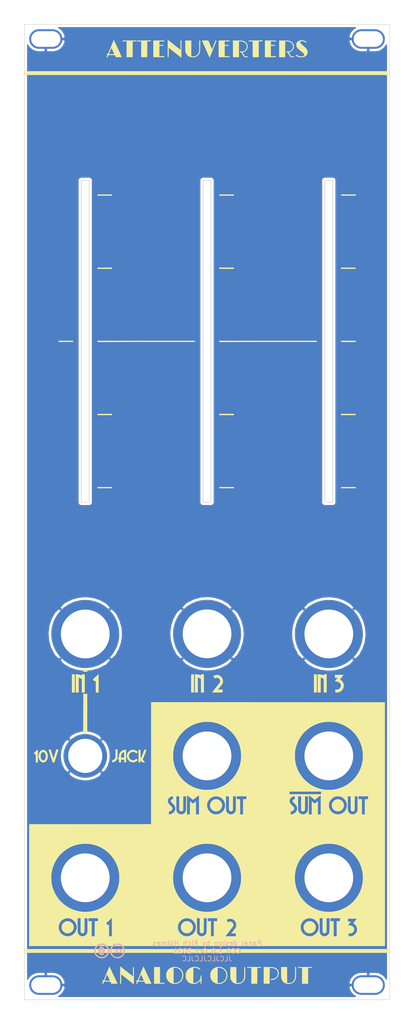
<source format=kicad_pcb>
(kicad_pcb (version 20171130) (host pcbnew 5.1.11-e4df9d881f~92~ubuntu20.04.1)
  (layers (0 F.Cu signal) (31 B.Cu signal) (34 B.Paste user) (35 F.Paste user) (36 B.SilkS user) (37 F.SilkS user) (38 B.Mask user) (39 F.Mask user) (44 Edge.Cuts user))
  (net 0 "")
  (net 1 GND)
  (module Kosmo_panel:Kosmo_Slide_Pot_Alpha_60mm (layer F.Cu) (at 28.6 72.6)
    (fp_text reference H8)
    (fp_text value Slide_Pot_Hole)
    (fp_line (start -0.8 33) (end -0.8 -33) (layer Edge.Cuts) (width 0.12))
    (fp_line (start 0.8 33) (end -0.8 33) (layer Edge.Cuts) (width 0.12))
    (fp_line (start 0.8 -33) (end 0.8 33) (layer Edge.Cuts) (width 0.12))
    (fp_line (start -0.8 -33) (end 0.8 -33) (layer Edge.Cuts) (width 0.12))
  )
  (module Kosmo_panel:Kosmo_Slide_Pot_Alpha_60mm (layer F.Cu) (at 78.6 72.6)
    (fp_text reference H11)
    (fp_text value Slide_Pot_Hole)
    (fp_line (start -0.8 33) (end -0.8 -33) (layer Edge.Cuts) (width 0.12))
    (fp_line (start 0.8 33) (end -0.8 33) (layer Edge.Cuts) (width 0.12))
    (fp_line (start 0.8 -33) (end 0.8 33) (layer Edge.Cuts) (width 0.12))
    (fp_line (start -0.8 -33) (end 0.8 -33) (layer Edge.Cuts) (width 0.12))
  )
  (module Kosmo_panel:Kosmo_Slide_Pot_Alpha_60mm (layer F.Cu) (at 53.6 72.6)
    (fp_text reference H10)
    (fp_text value Slide_Pot_Hole)
    (fp_line (start -0.8 33) (end -0.8 -33) (layer Edge.Cuts) (width 0.12))
    (fp_line (start 0.8 33) (end -0.8 33) (layer Edge.Cuts) (width 0.12))
    (fp_line (start 0.8 -33) (end 0.8 33) (layer Edge.Cuts) (width 0.12))
    (fp_line (start -0.8 -33) (end 0.8 -33) (layer Edge.Cuts) (width 0.12))
  )
  (module Kosmo_panel:Kosmo_Jack_Hole (layer F.Cu) (at 78.6 132.6)
    (fp_text reference H14 hide)
    (fp_text value Jack_Hole)
    (pad 1 thru_hole circle (at 0 0) (size 14 14) (drill 10) (layers *.Cu *.Mask) (net 1 GND))
  )
  (module Kosmo_panel:Kosmo_Jack_Hole (layer F.Cu) (at 53.6 132.5682)
    (fp_text reference H13 hide)
    (fp_text value Jack_Hole)
    (pad 1 thru_hole circle (at 0 0) (size 14 14) (drill 10) (layers *.Cu *.Mask) (net 1 GND))
  )
  (module attenuverters_panel:attenuverters_panel_art (layer F.Cu) (at 53.6 107.6)
    (fp_text reference GRAF2 hide)
    (fp_text value Art hide)
  )
  (module attenuverters_panel:attenuverters_panel_holes (layer F.Cu) (at 53.6 107.6)
    (fp_text reference GRAF1 hide)
    (fp_text value Holes hide)
  )
  (module ao_tht:CC0_logo (layer B.Cu) (at 33.6 197.6 180)
    (fp_text reference GRAF3 hide)
    (fp_text value "CC0 logo" hide)
  )
  (module Kosmo_panel:Kosmo_Jack_Hole (layer F.Cu) (at 78.6 182.6)
    (fp_text reference H6 hide)
    (fp_text value Jack_Hole)
    (pad 1 thru_hole circle (at 0 0) (size 14 14) (drill 10) (layers *.Cu *.Mask) (net 1 GND))
  )
  (module Kosmo_panel:Kosmo_Jack_Hole (layer F.Cu) (at 78.6 157.6)
    (fp_text reference H5 hide)
    (fp_text value Jack_Hole)
    (pad 1 thru_hole circle (at 0 0) (size 14 14) (drill 10) (layers *.Cu *.Mask) (net 1 GND))
  )
  (module Kosmo_panel:Kosmo_Jack_Hole (layer F.Cu) (at 53.6 182.6)
    (fp_text reference H4 hide)
    (fp_text value Jack_Hole)
    (pad 1 thru_hole circle (at 0 0) (size 14 14) (drill 10) (layers *.Cu *.Mask) (net 1 GND))
  )
  (module Kosmo_panel:Kosmo_Jack_Hole (layer F.Cu) (at 53.6 157.6)
    (fp_text reference H3 hide)
    (fp_text value Jack_Hole)
    (pad 1 thru_hole circle (at 0 0) (size 14 14) (drill 10) (layers *.Cu *.Mask) (net 1 GND))
  )
  (module Kosmo_panel:Kosmo_Jack_Hole (layer F.Cu) (at 28.6 182.6)
    (fp_text reference H2 hide)
    (fp_text value Jack_Hole)
    (pad 1 thru_hole circle (at 0 0) (size 14 14) (drill 10) (layers *.Cu *.Mask) (net 1 GND))
  )
  (module Kosmo_panel:Kosmo_Panel_Dual_Slotted_Mounting_Holes (layer F.Cu) (at 88.1 10.6 180)
    (fp_text reference H12 hide)
    (fp_text value Mounting_Holes)
    (pad 1 thru_hole oval (at 1.4 -194 180) (size 6.8 4) (drill oval 6 3.2) (layers *.Cu *.Mask) (net 1 GND))
    (pad 1 thru_hole oval (at 1.4 0 180) (size 6.8 4) (drill oval 6 3.2) (layers *.Cu *.Mask) (net 1 GND))
  )
  (module Kosmo_panel:Kosmo_Panel_Dual_Slotted_Mounting_Holes (layer F.Cu) (at 19.1 204.6)
    (fp_text reference H9 hide)
    (fp_text value Mounting_Holes)
    (pad 1 thru_hole oval (at 1.4 -194) (size 6.8 4) (drill oval 6 3.2) (layers *.Cu *.Mask) (net 1 GND))
    (pad 1 thru_hole oval (at 1.4 0) (size 6.8 4) (drill oval 6 3.2) (layers *.Cu *.Mask) (net 1 GND))
  )
  (module Kosmo_panel:Kosmo_Jack_Hole (layer F.Cu) (at 28.6 132.6)
    (fp_text reference H1 hide)
    (fp_text value Jack_Hole)
    (pad 1 thru_hole circle (at 0 0) (size 14 14) (drill 10) (layers *.Cu *.Mask) (net 1 GND))
  )
  (module Kosmo_panel:Kosmo_Switch_Hole (layer F.Cu) (at 28.6 157.6)
    (fp_text reference H7 hide)
    (fp_text value Switch_Hole)
    (pad 1 thru_hole circle (at 0 0) (size 9 9) (drill 7) (layers *.Cu *.Mask) (net 1 GND))
  )
  (gr_text "Panel design by Rich Holmes\nCC0 1.0 Oct 2021\nJLCJLCJLCJLC" (at 53.6 197.6) (layer B.SilkS) (effects (font (size 1 1)) (justify mirror)))
  (gr_line (start 91.1 7.6) (end 16.1 7.6) (layer Edge.Cuts) (width 0.1))
  (gr_line (start 91.1 207.6) (end 91.1 7.6) (layer Edge.Cuts) (width 0.1))
  (gr_line (start 16.1 207.6) (end 91.1 207.6) (layer Edge.Cuts) (width 0.1))
  (gr_line (start 16.1 7.6) (end 16.1 207.6) (layer Edge.Cuts) (width 0.1))
  (zone (net 1) (net_name GND) (layer F.Cu) (connect_pads (clearance 0.508)) (min_thickness 0.254) (fill yes (arc_segments 32) (thermal_gap 0.508) (thermal_bridge_width 0.508))
    (polygon (pts (xy 96.1 212.6) (xy 11.1 212.6) (xy 11.1 2.6) (xy 96.1 2.6)))
  )
  (zone (net 1) (net_name GND) (layer B.Cu) (connect_pads (clearance 0.508)) (min_thickness 0.254) (fill yes (arc_segments 32) (thermal_gap 0.508) (thermal_bridge_width 0.508))
    (polygon (pts (xy 96.1 212.6) (xy 11.1 212.6) (xy 11.1 2.6) (xy 96.1 2.6)))
  )
)
</source>
